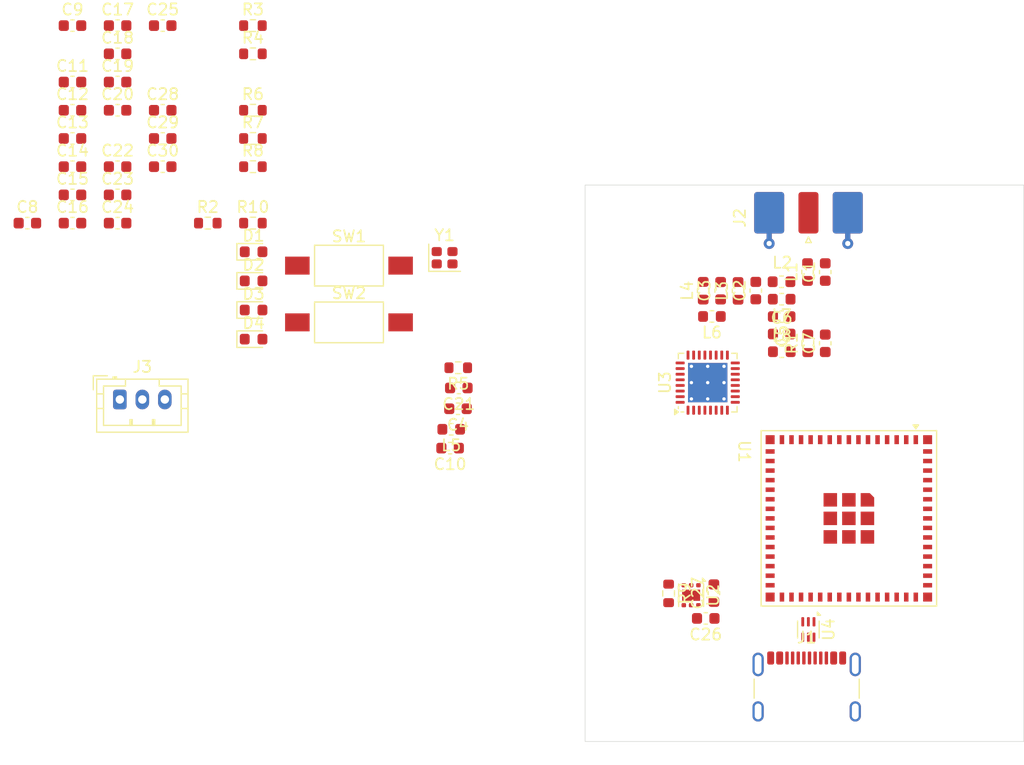
<source format=kicad_pcb>
(kicad_pcb (version 20241229) (generator "pcbnew") (generator_version "9.0")
  (layers (0 "F.Cu" signal) (2 "B.Cu" signal) (13 "F.Paste" user) (15 "B.Paste" user) (5 "F.SilkS" user "F.Silkscreen") (7 "B.SilkS" user "B.Silkscreen") (1 "F.Mask" user) (3 "B.Mask" user) (25 "Edge.Cuts" user))
  (net 0 "")
  (net 1 "GND")
  (net 2 "Net-(C1-Pad1)")
  (net 3 "/TRX_SW")
  (net 4 "Net-(C2-Pad2)")
  (net 5 "Net-(C3-Pad2)")
  (net 6 "/LNA_P")
  (net 7 "/LNA_N")
  (net 8 "Net-(C5-Pad1)")
  (net 9 "/PA")
  (net 10 "+3V3")
  (net 11 "Net-(C7-Pad1)")
  (net 12 "Net-(U3-LPF1)")
  (net 13 "Net-(U3-LPF0)")
  (net 14 "Net-(U3-XOSC_Q2)")
  (net 15 "Net-(U3-XOSC_Q1)")
  (net 16 "Net-(U3-DCPL)")
  (net 17 "Net-(U3-DCPL_VCO)")
  (net 18 "Net-(U3-DCPL_PFD_CHP)")
  (net 19 "Net-(U3-DCPL_XOSC)")
  (net 20 "+5V")
  (net 21 "/RESET")
  (net 22 "/BOOT")
  (net 23 "Net-(D1-A)")
  (net 24 "Net-(D2-A)")
  (net 25 "Net-(D3-A)")
  (net 26 "Net-(D4-A)")
  (net 27 "Net-(J1-CC1)")
  (net 28 "Net-(J1-CC2)")
  (net 29 "Net-(U4-D-_out)")
  (net 32 "Net-(U4-D+_out)")
  (net 33 "Net-(J2-In)")
  (net 34 "Net-(U3-RBIAS)")
  (net 35 "/LED_RED")
  (net 36 "/LED_BLUE")
  (net 37 "/LED_GREEN")
  (net 38 "/LED_ORANGE")
  (net 39 "Net-(U2-PG)")
  (net 40 "/SCLK0")
  (net 42 "/CS_RADIO")
  (net 44 "/RADIO_INT")
  (net 47 "/MISO0")
  (net 48 "/MOSI0")
  (net 60 "/USB_D+")
  (net 71 "/RESET_N")
  (net 73 "/USB_D-")
  (footprint "Capacitor_SMD:C_0603_1608Metric" (layer "F.Cu") (at 28.44 33.845)
    (property "Reference" "C20" (at 0 -1.43 0) (layer "F.SilkS"))
    (property "Value" "0.22uF")
    (pad "1" smd roundrect (at -0.775 0) (size 0.9 0.95) (layers "F.Cu" "F.Mask" "F.Paste") (net 16 "Net-(U3-DCPL)"))
    (pad "2" smd roundrect (at 0.775 0) (size 0.9 0.95) (layers "F.Cu" "F.Mask" "F.Paste") (net 1 "GND"))
  )
  (footprint "Capacitor_SMD:C_0603_1608Metric" (layer "F.Cu") (at 24.43 26.315)
    (property "Reference" "C9" (at 0 -1.43 0) (layer "F.SilkS"))
    (property "Value" "10nF")
    (pad "1" smd roundrect (at -0.775 0) (size 0.9 0.95) (layers "F.Cu" "F.Mask" "F.Paste") (net 10 "+3V3"))
    (pad "2" smd roundrect (at 0.775 0) (size 0.9 0.95) (layers "F.Cu" "F.Mask" "F.Paste") (net 1 "GND"))
  )
  (footprint "Connector_Coaxial:SMA_Molex_73251-2120_EdgeMount_Horizontal" (layer "F.Cu") (at 89.8575 42.715 90)
    (property "Reference" "J2" (at -0.705 -6.1 90) (layer "F.SilkS"))
    (property "Value" "Conn_Coaxial")
    (fp_line (start -0.25 -3.4925) (end -2.985 -3.4925) (stroke (width 0.46)) (layer "F.Cu"))
    (fp_line (start -0.25 3.4925) (end -2.985 3.4925) (stroke (width 0.46)) (layer "F.Cu"))
    (fp_line (start -0.25 -3.4925) (end -2.985 -3.4925) (stroke (width 0.46)) (layer "B.Cu"))
    (fp_line (start -0.25 3.4925) (end -2.985 3.4925) (stroke (width 0.46)) (layer "B.Cu"))
    (pad "1" smd roundrect (at -0.25 0 90) (size 3.69 1.78) (layers "F.Cu" "F.Mask" "F.Paste") (roundrect_rratio 0.1404494382) (net 33 "Net-(J2-In)"))
    (pad "2" thru_hole circle (at -2.985 -3.4925 90) (size 0.97 0.97) (drill 0.46) (layers "*.Cu") (net 1 "GND"))
    (pad "2" thru_hole circle (at -2.985 3.4925 90) (size 0.97 0.97) (drill 0.46) (layers "*.Cu") (net 1 "GND"))
    (pad "2" smd roundrect (at -0.25 -3.4925 90) (size 3.69 2.665) (layers "F.Cu" "F.Mask" "F.Paste") (roundrect_rratio 0.09380863039) (net 1 "GND"))
    (pad "2" smd roundrect (at -0.25 -3.4925 90) (size 3.69 2.665) (layers "B.Cu" "B.Mask" "B.Paste") (roundrect_rratio 0.09380863039) (net 1 "GND"))
    (pad "2" smd roundrect (at -0.25 3.4925 90) (size 3.69 2.665) (layers "F.Cu" "F.Mask" "F.Paste") (roundrect_rratio 0.09380863039) (net 1 "GND"))
    (pad "2" smd roundrect (at -0.25 3.4925 90) (size 3.69 2.665) (layers "B.Cu" "B.Mask" "B.Paste") (roundrect_rratio 0.09380863039) (net 1 "GND"))
  )
  (footprint "Capacitor_SMD:C_0603_1608Metric" (layer "F.Cu") (at 32.45 26.315)
    (property "Reference" "C25" (at 0 -1.43 0) (layer "F.SilkS"))
    (property "Value" "0.1uF")
    (pad "1" smd roundrect (at -0.775 0) (size 0.9 0.95) (layers "F.Cu" "F.Mask" "F.Paste") (net 10 "+3V3"))
    (pad "2" smd roundrect (at 0.775 0) (size 0.9 0.95) (layers "F.Cu" "F.Mask" "F.Paste") (net 1 "GND"))
  )
  (footprint "Capacitor_SMD:C_0603_1608Metric" (layer "F.Cu") (at 32.45 38.865)
    (property "Reference" "C30" (at 0 -1.43 0) (layer "F.SilkS"))
    (property "Value" "100nF")
    (pad "1" smd roundrect (at -0.775 0) (size 0.9 0.95) (layers "F.Cu" "F.Mask" "F.Paste") (net 21 "/RESET"))
    (pad "2" smd roundrect (at 0.775 0) (size 0.9 0.95) (layers "F.Cu" "F.Mask" "F.Paste") (net 1 "GND"))
  )
  (footprint "Connector_JST:JST_PH_B3B-PH-K_1x03_P2.00mm_Vertical" (layer "F.Cu") (at 28.64 59.575)
    (property "Reference" "J3" (at 2 -2.9 0) (layer "F.SilkS"))
    (property "Value" "Conn_01x03")
    (pad "1" thru_hole roundrect (at 0 0) (size 1.2 1.75) (drill 0.75) (layers "*.Cu" "*.Mask") (roundrect_rratio 0.208333) (net 22 "/BOOT"))
    (pad "2" thru_hole oval (at 2 0) (size 1.2 1.75) (drill 0.75) (layers "*.Cu" "*.Mask") (net 21 "/RESET"))
    (pad "3" thru_hole oval (at 4 0) (size 1.2 1.75) (drill 0.75) (layers "*.Cu" "*.Mask") (net 1 "GND"))
  )
  (footprint "Capacitor_SMD:C_0603_1608Metric" (layer "F.Cu") (at 82.05 49.9 90)
    (property "Reference" "C3" (at 0 -1.43 90) (layer "F.SilkS"))
    (property "Value" "5.1pF")
    (pad "1" smd roundrect (at -0.775 0 90) (size 0.9 0.95) (layers "F.Cu" "F.Mask" "F.Paste") (net 6 "/LNA_P"))
    (pad "2" smd roundrect (at 0.775 0 90) (size 0.9 0.95) (layers "F.Cu" "F.Mask" "F.Paste") (net 5 "Net-(C3-Pad2)"))
  )
  (footprint "Inductor_SMD:L_0603_1608Metric" (layer "F.Cu") (at 58.1 62.225 180)
    (property "Reference" "L5" (at 0 -1.43 0) (layer "F.SilkS"))
    (property "Value" "27nH")
    (pad "1" smd roundrect (at -0.7875 0 180) (size 0.875 0.95) (layers "F.Cu" "F.Mask" "F.Paste") (net 6 "/LNA_P"))
    (pad "2" smd roundrect (at 0.7875 0 180) (size 0.875 0.95) (layers "F.Cu" "F.Mask" "F.Paste") (net 1 "GND"))
  )
  (footprint "Resistor_SMD:R_0603_1608Metric" (layer "F.Cu") (at 40.47 36.355)
    (property "Reference" "R7" (at 0 -1.43 0) (layer "F.SilkS"))
    (property "Value" "1k")
    (pad "1" smd roundrect (at -0.825 0) (size 0.8 0.95) (layers "F.Cu" "F.Mask" "F.Paste") (net 37 "/LED_GREEN"))
    (pad "2" smd roundrect (at 0.825 0) (size 0.8 0.95) (layers "F.Cu" "F.Mask" "F.Paste") (net 25 "Net-(D3-A)"))
  )
  (footprint "Inductor_SMD:L_0603_1608Metric" (layer "F.Cu") (at 81.275 52.1875 180)
    (property "Reference" "L6" (at 0 -1.43 0) (layer "F.SilkS"))
    (property "Value" "56nH")
    (pad "1" smd roundrect (at -0.7875 0 180) (size 0.875 0.95) (layers "F.Cu" "F.Mask" "F.Paste") (net 6 "/LNA_P"))
    (pad "2" smd roundrect (at 0.7875 0 180) (size 0.875 0.95) (layers "F.Cu" "F.Mask" "F.Paste") (net 7 "/LNA_N"))
  )
  (footprint "Capacitor_SMD:C_0603_1608Metric" (layer "F.Cu") (at 91.35 54.575 90)
    (property "Reference" "C7" (at 0 -1.43 90) (layer "F.SilkS"))
    (property "Value" "56pF")
    (pad "1" smd roundrect (at -0.775 0 90) (size 0.9 0.95) (layers "F.Cu" "F.Mask" "F.Paste") (net 11 "Net-(C7-Pad1)"))
    (pad "2" smd roundrect (at 0.775 0 90) (size 0.9 0.95) (layers "F.Cu" "F.Mask" "F.Paste") (net 10 "+3V3"))
  )
  (footprint "Capacitor_SMD:C_0603_1608Metric" (layer "F.Cu") (at 85.175 49.8875 90)
    (property "Reference" "C2" (at 0 -1.43 90) (layer "F.SilkS"))
    (property "Value" "5.1pF")
    (pad "1" smd roundrect (at -0.775 0 90) (size 0.9 0.95) (layers "F.Cu" "F.Mask" "F.Paste") (net 3 "/TRX_SW"))
    (pad "2" smd roundrect (at 0.775 0 90) (size 0.9 0.95) (layers "F.Cu" "F.Mask" "F.Paste") (net 4 "Net-(C2-Pad2)"))
  )
  (footprint "Capacitor_SMD:C_0603_1608Metric" (layer "F.Cu") (at 24.43 43.885)
    (property "Reference" "C16" (at 0 -1.43 0) (layer "F.SilkS"))
    (property "Value" "47nF")
    (pad "1" smd roundrect (at -0.775 0) (size 0.9 0.95) (layers "F.Cu" "F.Mask" "F.Paste") (net 10 "+3V3"))
    (pad "2" smd roundrect (at 0.775 0) (size 0.9 0.95) (layers "F.Cu" "F.Mask" "F.Paste") (net 1 "GND"))
  )
  (footprint "Capacitor_SMD:C_0603_1608Metric" (layer "F.Cu") (at 20.42 43.885)
    (property "Reference" "C8" (at 0 -1.43 0) (layer "F.SilkS"))
    (property "Value" "100pF")
    (pad "1" smd roundrect (at -0.775 0) (size 0.9 0.95) (layers "F.Cu" "F.Mask" "F.Paste") (net 10 "+3V3"))
    (pad "2" smd roundrect (at 0.775 0) (size 0.9 0.95) (layers "F.Cu" "F.Mask" "F.Paste") (net 1 "GND"))
  )
  (footprint "Package_SON:WSON-6-1EP_2x2mm_P0.65mm_EP1x1.6mm" (layer "F.Cu") (at 79.425 76.9875 -90)
    (property "Reference" "U2" (at 0 -1.95 90) (layer "F.SilkS"))
    (property "Value" "TPS746-Q1")
    (pad "1" smd roundrect (at -0.8875 -0.65 270) (size 0.375 0.4) (layers "F.Cu" "F.Mask" "F.Paste") (net 10 "+3V3"))
    (pad "2" smd roundrect (at -0.8875 0 270) (size 0.375 0.4) (layers "F.Cu" "F.Mask" "F.Paste"))
    (pad "3" smd roundrect (at -0.8875 0.65 270) (size 0.375 0.4) (layers "F.Cu" "F.Mask" "F.Paste") (net 1 "GND"))
    (pad "4" smd roundrect (at 0.8875 0.65 270) (size 0.375 0.4) (layers "F.Cu" "F.Mask" "F.Paste") (net 20 "+5V"))
    (pad "5" smd roundrect (at 0.8875 0 270) (size 0.375 0.4) (layers "F.Cu" "F.Mask" "F.Paste") (net 39 "Net-(U2-PG)"))
    (pad "6" smd roundrect (at 0.8875 -0.65 270) (size 0.375 0.4) (layers "F.Cu" "F.Mask" "F.Paste") (net 20 "+5V"))
    (pad "7" smd rect (at 0 0 270) (size 1 1.6) (property pad_prop_heatsink) (layers "F.Cu" "F.Mask") (net 1 "GND"))
  )
  (footprint "Capacitor_SMD:C_0603_1608Metric" (layer "F.Cu") (at 28.44 41.375)
    (property "Reference" "C23" (at 0 -1.43 0) (layer "F.SilkS"))
    (property "Value" "47nF")
    (pad "1" smd roundrect (at -0.775 0) (size 0.9 0.95) (layers "F.Cu" "F.Mask" "F.Paste") (net 19 "Net-(U3-DCPL_XOSC)"))
    (pad "2" smd roundrect (at 0.775 0) (size 0.9 0.95) (layers "F.Cu" "F.Mask" "F.Paste") (net 1 "GND"))
  )
  (footprint "Capacitor_SMD:C_0603_1608Metric" (layer "F.Cu") (at 58.775 58.55 180)
    (property "Reference" "C21" (at 0 -1.43 0) (layer "F.SilkS"))
    (property "Value" "10nF")
    (pad "1" smd roundrect (at -0.775 0 180) (size 0.9 0.95) (layers "F.Cu" "F.Mask" "F.Paste") (net 17 "Net-(U3-DCPL_VCO)"))
    (pad "2" smd roundrect (at 0.775 0 180) (size 0.9 0.95) (layers "F.Cu" "F.Mask" "F.Paste") (net 1 "GND"))
  )
  (footprint "Inductor_SMD:L_0603_1608Metric" (layer "F.Cu") (at 87.4625 49.1)
    (property "Reference" "L2" (at 0.0625 -1.7 0) (layer "F.SilkS"))
    (property "Value" "43nH")
    (pad "1" smd roundrect (at -0.7875 0) (size 0.875 0.95) (layers "F.Cu" "F.Mask" "F.Paste") (net 4 "Net-(C2-Pad2)"))
    (pad "2" smd roundrect (at 0.7875 0) (size 0.875 0.95) (layers "F.Cu" "F.Mask" "F.Paste") (net 2 "Net-(C1-Pad1)"))
  )
  (footprint "Inductor_SMD:L_0603_1608Metric" (layer "F.Cu") (at 89.775 48.2375 90)
    (property "Reference" "L1" (at 0 -1.43 90) (layer "F.SilkS"))
    (property "Value" "22nH")
    (pad "1" smd roundrect (at -0.7875 0 90) (size 0.875 0.95) (layers "F.Cu" "F.Mask" "F.Paste") (net 2 "Net-(C1-Pad1)"))
    (pad "2" smd roundrect (at 0.7875 0 90) (size 0.875 0.95) (layers "F.Cu" "F.Mask" "F.Paste") (net 33 "Net-(J2-In)"))
  )
  (footprint "Button_Switch_SMD:SW_SPST_FSMSM" (layer "F.Cu") (at 49.01 52.715)
    (property "Reference" "SW2" (at 0 -2.6 0) (layer "F.SilkS"))
    (property "Value" "SW_Push")
    (pad "1" smd rect (at -4.59 0) (size 2.18 1.6) (layers "F.Cu" "F.Mask" "F.Paste") (net 1 "GND"))
    (pad "2" smd rect (at 4.59 0) (size 2.18 1.6) (layers "F.Cu" "F.Mask" "F.Paste") (net 22 "/BOOT"))
  )
  (footprint "Inductor_SMD:L_0603_1608Metric" (layer "F.Cu") (at 87.475 50.65 180)
    (property "Reference" "L7" (at 0 -1.43 0) (layer "F.SilkS"))
    (property "Value" "15nH")
    (pad "1" smd roundrect (at -0.7875 0 180) (size 0.875 0.95) (layers "F.Cu" "F.Mask" "F.Paste") (net 8 "Net-(C5-Pad1)"))
    (pad "2" smd roundrect (at 0.7875 0 180) (size 0.875 0.95) (layers "F.Cu" "F.Mask" "F.Paste") (net 4 "Net-(C2-Pad2)"))
  )
  (footprint "LED_SMD:LED_0603_1608Metric" (layer "F.Cu") (at 40.53 51.615)
    (property "Reference" "D3" (at 0 -1.43 0) (layer "F.SilkS"))
    (property "Value" "LED_GREEN")
    (pad "1" smd roundrect (at -0.7875 0) (size 0.875 0.95) (layers "F.Cu" "F.Mask" "F.Paste") (net 1 "GND"))
    (pad "2" smd roundrect (at 0.7875 0) (size 0.875 0.95) (layers "F.Cu" "F.Mask" "F.Paste") (net 25 "Net-(D3-A)"))
  )
  (footprint "Capacitor_SMD:C_0603_1608Metric" (layer "F.Cu") (at 24.43 33.845)
    (property "Reference" "C12" (at 0 -1.43 0) (layer "F.SilkS"))
    (property "Value" "10pF")
    (pad "1" smd roundrect (at -0.775 0) (size 0.9 0.95) (layers "F.Cu" "F.Mask" "F.Paste") (net 15 "Net-(U3-XOSC_Q1)"))
    (pad "2" smd roundrect (at 0.775 0) (size 0.9 0.95) (layers "F.Cu" "F.Mask" "F.Paste") (net 1 "GND"))
  )
  (footprint "Inductor_SMD:L_0603_1608Metric" (layer "F.Cu") (at 83.6 49.9125 90)
    (property "Reference" "L3" (at 0 -1.43 90) (layer "F.SilkS"))
    (property "Value" "15nH")
    (pad "1" smd roundrect (at -0.7875 0 90) (size 0.875 0.95) (layers "F.Cu" "F.Mask" "F.Paste") (net 3 "/TRX_SW"))
    (pad "2" smd roundrect (at 0.7875 0 90) (size 0.875 0.95) (layers "F.Cu" "F.Mask" "F.Paste") (net 5 "Net-(C3-Pad2)"))
  )
  (footprint "Capacitor_SMD:C_0603_1608Metric" (layer "F.Cu") (at 24.43 41.375)
    (property "Reference" "C15" (at 0 -1.43 0) (layer "F.SilkS"))
    (property "Value" "47nF")
    (pad "1" smd roundrect (at -0.775 0) (size 0.9 0.95) (layers "F.Cu" "F.Mask" "F.Paste") (net 10 "+3V3"))
    (pad "2" smd roundrect (at 0.775 0) (size 0.9 0.95) (layers "F.Cu" "F.Mask" "F.Paste") (net 1 "GND"))
  )
  (footprint "Capacitor_SMD:C_0603_1608Metric" (layer "F.Cu") (at 28.44 31.335)
    (property "Reference" "C19" (at 0 -1.43 0) (layer "F.SilkS"))
    (property "Value" "47nF")
    (pad "1" smd roundrect (at -0.775 0) (size 0.9 0.95) (layers "F.Cu" "F.Mask" "F.Paste") (net 10 "+3V3"))
    (pad "2" smd roundrect (at 0.775 0) (size 0.9 0.95) (layers "F.Cu" "F.Mask" "F.Paste") (net 1 "GND"))
  )
  (footprint "Capacitor_SMD:C_0603_1608Metric" (layer "F.Cu") (at 32.45 33.845)
    (property "Reference" "C28" (at 0 -1.43 0) (layer "F.SilkS"))
    (property "Value" "1uF")
    (pad "1" smd roundrect (at -0.775 0) (size 0.9 0.95) (layers "F.Cu" "F.Mask" "F.Paste") (net 21 "/RESET"))
    (pad "2" smd roundrect (at 0.775 0) (size 0.9 0.95) (layers "F.Cu" "F.Mask" "F.Paste") (net 1 "GND"))
  )
  (footprint "Button_Switch_SMD:SW_SPST_FSMSM" (layer "F.Cu") (at 49.01 47.665)
    (property "Reference" "SW1" (at 0 -2.6 0) (layer "F.SilkS"))
    (property "Value" "SW_Push")
    (pad "1" smd rect (at -4.59 0) (size 2.18 1.6) (layers "F.Cu" "F.Mask" "F.Paste") (net 1 "GND"))
    (pad "2" smd rect (at 4.59 0) (size 2.18 1.6) (layers "F.Cu" "F.Mask" "F.Paste") (net 21 "/RESET"))
  )
  (footprint "Inductor_SMD:L_0603_1608Metric" (layer "F.Cu") (at 80.5 49.9 90)
    (property "Reference" "L4" (at 0 -1.43 90) (layer "F.SilkS"))
    (property "Value" "27nH")
    (pad "1" smd roundrect (at -0.7875 0 90) (size 0.875 0.95) (layers "F.Cu" "F.Mask" "F.Paste") (net 7 "/LNA_N"))
    (pad "2" smd roundrect (at 0.7875 0 90) (size 0.875 0.95) (layers "F.Cu" "F.Mask" "F.Paste") (net 5 "Net-(C3-Pad2)"))
  )
  (footprint "Capacitor_SMD:C_0603_1608Metric" (layer "F.Cu") (at 87.475 53.75)
    (property "Reference" "C6" (at 0 -1.43 0) (layer "F.SilkS"))
    (property "Value" "39pF")
    (pad "1" smd roundrect (at -0.775 0) (size 0.9 0.95) (layers "F.Cu" "F.Mask" "F.Paste") (net 9 "/PA"))
    (pad "2" smd roundrect (at 0.775 0) (size 0.9 0.95) (layers "F.Cu" "F.Mask" "F.Paste") (net 8 "Net-(C5-Pad1)"))
  )
  (footprint "Resistor_SMD:R_0603_1608Metric" (layer "F.Cu") (at 40.47 33.845)
    (property "Reference" "R6" (at 0 -1.43 0) (layer "F.SilkS"))
    (property "Value" "1k")
    (pad "1" smd roundrect (at -0.825 0) (size 0.8 0.95) (layers "F.Cu" "F.Mask" "F.Paste") (net 36 "/LED_BLUE"))
    (pad "2" smd roundrect (at 0.825 0) (size 0.8 0.95) (layers "F.Cu" "F.Mask" "F.Paste") (net 24 "Net-(D2-A)"))
  )
  (footprint "Capacitor_SMD:C_0603_1608Metric" (layer "F.Cu") (at 28.44 28.825)
    (property "Reference" "C18" (at 0 -1.43 0) (layer "F.SilkS"))
    (property "Value" "47nF")
    (pad "1" smd roundrect (at -0.775 0) (size 0.9 0.95) (layers "F.Cu" "F.Mask" "F.Paste") (net 10 "+3V3"))
    (pad "2" smd roundrect (at 0.775 0) (size 0.9 0.95) (layers "F.Cu" "F.Mask" "F.Paste") (net 1 "GND"))
  )
  (footprint "LED_SMD:LED_0603_1608Metric" (layer "F.Cu") (at 40.53 49.025)
    (property "Reference" "D2" (at 0 -1.43 0) (layer "F.SilkS"))
    (property "Value" "LED_BLUE")
    (pad "1" smd roundrect (at -0.7875 0) (size 0.875 0.95) (layers "F.Cu" "F.Mask" "F.Paste") (net 1 "GND"))
    (pad "2" smd roundrect (at 0.7875 0) (size 0.875 0.95) (layers "F.Cu" "F.Mask" "F.Paste") (net 24 "Net-(D2-A)"))
  )
  (footprint "Capacitor_SMD:C_0603_1608Metric" (layer "F.Cu") (at 58.7 60.4 180)
    (property "Reference" "C4" (at 0 -1.43 0) (layer "F.SilkS"))
    (property "Value" "5.1pF")
    (pad "1" smd roundrect (at -0.775 0 180) (size 0.9 0.95) (layers "F.Cu" "F.Mask" "F.Paste") (net 7 "/LNA_N"))
    (pad "2" smd roundrect (at 0.775 0 180) (size 0.9 0.95) (layers "F.Cu" "F.Mask" "F.Paste") (net 1 "GND"))
  )
  (footprint "Package_DFN_QFN:ST_UQFN-6L_1.5x1.7mm_P0.5mm" (layer "F.Cu") (at 89.85 80.0375 -90)
    (property "Reference" "U4" (at 0 -1.8 90) (layer "F.SilkS"))
    (property "Value" "ECMF02-2AMX6")
    (pad "1" smd roundrect (at -0.6875 -0.5 270) (size 0.825 0.25) (layers "F.Cu" "F.Mask" "F.Paste") (net 60 "/USB_D+"))
    (pad "2" smd roundrect (at -0.6875 0 270) (size 0.825 0.25) (layers "F.Cu" "F.Mask" "F.Paste") (net 73 "/USB_D-"))
    (pad "3" smd roundrect (at -0.6875 0.5 270) (size 0.825 0.25) (layers "F.Cu" "F.Mask" "F.Paste") (net 1 "GND"))
    (pad "4" smd roundrect (at 0.6875 0.5 270) (size 0.825 0.25) (layers "F.Cu" "F.Mask" "F.Paste"))
    (pad "5" smd roundrect (at 0.6875 0 270) (size 0.825 0.25) (layers "F.Cu" "F.Mask" "F.Paste") (net 29 "Net-(U4-D-_out)"))
    (pad "6" smd roundrect (at 0.6875 -0.5 270) (size 0.825 0.25) (layers "F.Cu" "F.Mask" "F.Paste") (net 32 "Net-(U4-D+_out)"))
  )
  (footprint "Crystal:Crystal_SMD_2016-4Pin_2.0x1.6mm" (layer "F.Cu") (at 57.51 46.965)
    (property "Reference" "Y1" (at 0 -2 0) (layer "F.SilkS"))
    (property "Value" "STDCZS3-40M")
    (pad "1" smd roundrect (at -0.7 0.55) (size 0.9 0.8) (layers "F.Cu" "F.Mask" "F.Paste") (net 15 "Net-(U3-XOSC_Q1)"))
    (pad "2" smd roundrect (at 0.7 0.55) (size 0.9 0.8) (layers "F.Cu" "F.Mask" "F.Paste") (net 1 "GND"))
    (pad "3" smd roundrect (at 0.7 -0.55) (size 0.9 0.8) (layers "F.Cu" "F.Mask" "F.Paste") (net 14 "Net-(U3-XOSC_Q2)"))
    (pad "4" smd roundrect (at -0.7 -0.55) (size 0.9 0.8) (layers "F.Cu" "F.Mask" "F.Paste") (net 1 "GND"))
  )
  (footprint "Capacitor_SMD:C_0603_1608Metric" (layer "F.Cu") (at 24.43 36.355)
    (property "Reference" "C13" (at 0 -1.43 0) (layer "F.SilkS"))
    (property "Value" "47nF")
    (pad "1" smd roundrect (at -0.775 0) (size 0.9 0.95) (layers "F.Cu" "F.Mask" "F.Paste") (net 10 "+3V3"))
    (pad "2" smd roundrect (at 0.775 0) (size 0.9 0.95) (layers "F.Cu" "F.Mask" "F.Paste") (net 1 "GND"))
  )
  (footprint "Capacitor_SMD:C_0603_1608Metric" (layer "F.Cu") (at 91.35 48.2375 90)
    (property "Reference" "C1" (at 0 -1.43 90) (layer "F.SilkS"))
    (property "Value" "6.2pF")
    (pad "1" smd roundrect (at -0.775 0 90) (size 0.9 0.95) (layers "F.Cu" "F.Mask" "F.Paste") (net 2 "Net-(C1-Pad1)"))
    (pad "2" smd roundrect (at 0.775 0 90) (size 0.9 0.95) (layers "F.Cu" "F.Mask" "F.Paste") (net 1 "GND"))
  )
  (footprint "LED_SMD:LED_0603_1608Metric" (layer "F.Cu") (at 40.53 54.205)
    (property "Reference" "D4" (at 0 -1.43 0) (layer "F.SilkS"))
    (property "Value" "LED_ORANGE")
    (pad "1" smd roundrect (at -0.7875 0) (size 0.875 0.95) (layers "F.Cu" "F.Mask" "F.Paste") (net 1 "GND"))
    (pad "2" smd roundrect (at 0.7875 0) (size 0.875 0.95) (layers "F.Cu" "F.Mask" "F.Paste") (net 26 "Net-(D4-A)"))
  )
  (footprint "Resistor_SMD:R_0603_1608Metric" (layer "F.Cu") (at 58.725 56.75 180)
    (property "Reference" "R5" (at 0 -1.43 0) (layer "F.SilkS"))
    (property "Value" "1k")
    (pad "1" smd roundrect (at -0.825 0 180) (size 0.8 0.95) (layers "F.Cu" "F.Mask" "F.Paste") (net 35 "/LED_RED"))
    (pad "2" smd roundrect (at 0.825 0 180) (size 0.8 0.95) (layers "F.Cu" "F.Mask" "F.Paste") (net 23 "Net-(D1-A)"))
  )
  (footprint "Capacitor_SMD:C_0603_1608Metric" (layer "F.Cu") (at 28.44 38.865)
    (property "Reference" "C22" (at 0 -1.43 0) (layer "F.SilkS"))
    (property "Value" "47nF")
    (pad "1" smd roundrect (at -0.775 0) (size 0.9 0.95) (layers "F.Cu" "F.Mask" "F.Paste") (net 18 "Net-(U3-DCPL_PFD_CHP)"))
    (pad "2" smd roundrect (at 0.775 0) (size 0.9 0.95) (layers "F.Cu" "F.Mask" "F.Paste") (net 1 "GND"))
  )
  (footprint "Capacitor_SMD:C_0603_1608Metric" (layer "F.Cu") (at 24.43 38.865)
    (property "Reference" "C14" (at 0 -1.43 0) (layer "F.SilkS"))
    (property "Value" "47nF")
    (pad "1" smd roundrect (at -0.775 0) (size 0.9 0.95) (layers "F.Cu" "F.Mask" "F.Paste") (net 10 "+3V3"))
    (pad "2" smd roundrect (at 0.775 0) (size 0.9 0.95) (layers "F.Cu" "F.Mask" "F.Paste") (net 1 "GND"))
  )
  (footprint "Resistor_SMD:R_0603_1608Metric" (layer "F.Cu") (at 40.47 38.865)
    (property "Reference" "R8" (at 0 -1.43 0) (layer "F.SilkS"))
    (property "Value" "1k")
    (pad "1" smd roundrect (at -0.825 0) (size 0.8 0.95) (layers "F.Cu" "F.Mask" "F.Paste") (net 38 "/LED_ORANGE"))
    (pad "2" smd roundrect (at 0.825 0) (size 0.8 0.95) (layers "F.Cu" "F.Mask" "F.Paste") (net 26 "Net-(D4-A)"))
  )
  (footprint "Capacitor_SMD:C_0603_1608Metric" (layer "F.Cu") (at 28.44 26.315)
    (property "Reference" "C17" (at 0 -1.43 0) (layer "F.SilkS"))
    (property "Value" "47nF")
    (pad "1" smd roundrect (at -0.775 0) (size 0.9 0.95) (layers "F.Cu" "F.Mask" "F.Paste") (net 10 "+3V3"))
    (pad "2" smd roundrect (at 0.775 0) (size 0.9 0.95) (layers "F.Cu" "F.Mask" "F.Paste") (net 1 "GND"))
  )
  (footprint "Capacitor_SMD:C_0603_1608Metric" (layer "F.Cu") (at 24.43 31.335)
    (property "Reference" "C11" (at 0 -1.43 0) (layer "F.SilkS"))
    (property "Value" "10pF")
    (pad "1" smd roundrect (at -0.775 0) (size 0.9 0.95) (layers "F.Cu" "F.Mask" "F.Paste") (net 14 "Net-(U3-XOSC_Q2)"))
    (pad "2" smd roundrect (at 0.775 0) (size 0.9 0.95) (layers "F.Cu" "F.Mask" "F.Paste") (net 1 "GND"))
  )
  (footprint "Capacitor_SMD:C_0603_1608Metric" (layer "F.Cu") (at 81.45 76.8 90)
    (property "Reference" "C27" (at 0 -1.43 90) (layer "F.SilkS"))
    (property "Value" "1uF")
    (pad "1" smd roundrect (at -0.775 0 90) (size 0.9 0.95) (layers "F.Cu" "F.Mask" "F.Paste") (net 1 "GND"))
    (pad "2" smd roundrect (at 0.775 0 90) (size 0.9 0.95) (layers "F.Cu" "F.Mask" "F.Paste") (net 10 "+3V3"))
  )
  (footprint "Resistor_SMD:R_0603_1608Metric" (layer "F.Cu") (at 40.47 26.315)
    (property "Reference" "R3" (at 0 -1.43 0) (layer "F.SilkS"))
    (property "Value" "5.1k")
    (pad "1" smd roundrect (at -0.825 0) (size 0.8 0.95) (layers "F.Cu" "F.Mask" "F.Paste") (net 27 "Net-(J1-CC1)"))
    (pad "2" smd roundrect (at 0.825 0) (size 0.8 0.95) (layers "F.Cu" "F.Mask" "F.Paste") (net 1 "GND"))
  )
  (footprint "Resistor_SMD:R_0603_1608Metric" (layer "F.Cu") (at 40.47 28.825)
    (property "Reference" "R4" (at 0 -1.43 0) (layer "F.SilkS"))
    (property "Value" "5.1k")
    (pad "1" smd roundrect (at -0.825 0) (size 0.8 0.95) (layers "F.Cu" "F.Mask" "F.Paste") (net 28 "Net-(J1-CC2)"))
    (pad "2" smd roundrect (at 0.825 0) (size 0.8 0.95) (layers "F.Cu" "F.Mask" "F.Paste") (net 1 "GND"))
  )
  (footprint "RF_Module:ESP32-S2-MINI-1U" (layer "F.Cu") (at 93.45 70.15 -90)
    (property "Reference" "U1" (at -5.95 9.3 270) (layer "F.SilkS"))
    (property "Value" "ESP32-S3-MINI-1U")
    (pad "1" smd rect (at -7 -5.95 270) (size 0.8 0.4) (layers "F.Cu" "F.Mask" "F.Paste") (net 1 "GND"))
    (pad "2" smd rect (at -7 -5.1 270) (size 0.8 0.4) (layers "F.Cu" "F.Mask" "F.Paste") (net 1 "GND"))
    (pad "3" smd rect (at -7 -4.25 270) (size 0.8 0.4) (layers "F.Cu" "F.Mask" "F.Paste") (net 10 "+3V3"))
    (pad "4" smd rect (at -7 -3.4 270) (size 0.8 0.4) (layers "F.Cu" "F.Mask" "F.Paste") (net 22 "/BOOT"))
    (pad "5" smd rect (at -7 -2.55 270) (size 0.8 0.4) (layers "F.Cu" "F.Mask" "F.Paste") (net 35 "/LED_RED"))
    (pad "6" smd rect (at -7 -1.7 270) (size 0.8 0.4) (layers "F.Cu" "F.Mask" "F.Paste") (net 36 "/LED_BLUE"))
    (pad "7" smd rect (at -7 -0.85 270) (size 0.8 0.4) (layers "F.Cu" "F.Mask" "F.Paste") (net 37 "/LED_GREEN"))
    (pad "8" smd rect (at -7 0 270) (size 0.8 0.4) (layers "F.Cu" "F.Mask" "F.Paste") (net 38 "/LED_ORANGE"))
    (pad "9" smd rect (at -7 0.85 270) (size 0.8 0.4) (layers "F.Cu" "F.Mask" "F.Paste") (net 71 "/RESET_N"))
    (pad "10" smd rect (at -7 1.7 270) (size 0.8 0.4) (layers "F.Cu" "F.Mask" "F.Paste") (net 44 "/RADIO_INT"))
    (pad "11" smd rect (at -7 2.55 270) (size 0.8 0.4) (layers "F.Cu" "F.Mask" "F.Paste"))
    (pad "12" smd rect (at -7 3.4 270) (size 0.8 0.4) (layers "F.Cu" "F.Mask" "F.Paste"))
    (pad "13" smd rect (at -7 4.25 270) (size 0.8 0.4) (layers "F.Cu" "F.Mask" "F.Paste"))
    (pad "14" smd rect (at -7 5.1 270) (size 0.8 0.4) (layers "F.Cu" "F.Mask" "F.Paste") (net 42 "/CS_RADIO"))
    (pad "15" smd rect (at -7 5.95 270) (size 0.8 0.4) (layers "F.Cu" "F.Mask" "F.Paste") (net 48 "/MOSI0"))
    (pad "16" smd rect (at -5.95 7) (size 0.8 0.4) (layers "F.Cu" "F.Mask" "F.Paste") (net 40 "/SCLK0"))
    (pad "17" smd rect (at -5.1 7) (size 0.8 0.4) (layers "F.Cu" "F.Mask" "F.Paste") (net 47 "/MISO0"))
    (pad "18" smd rect (at -4.25 7) (size 0.8 0.4) (layers "F.Cu" "F.Mask" "F.Paste"))
    (pad "19" smd rect (at -3.4 7) (size 0.8 0.4) (layers "F.Cu" "F.Mask" "F.Paste"))
    (pad "20" smd rect (at -2.55 7) (size 0.8 0.4) (layers "F.Cu" "F.Mask" "F.Paste"))
    (pad "21" smd rect (at -1.7 7) (size 0.8 0.4) (layers "F.Cu" "F.Mask" "F.Paste"))
    (pad "22" smd rect (at -0.85 7) (size 0.8 0.4) (layers "F.Cu" "F.Mask" "F.Paste"))
    (pad "23" smd rect (at 0 7) (size 0.8 0.4) (layers "F.Cu" "F.Mask" "F.Paste") (net 73 "/USB_D-"))
    (pad "24" smd rect (at 0.85 7) (size 0.8 0.4) (layers "F.Cu" "F.Mask" "F.Paste") (net 60 "/USB_D+"))
    (pad "25" smd rect (at 1.7 7) (size 0.8 0.4) (layers "F.Cu" "F.Mask" "F.Paste"))
    (pad "26" smd rect (at 2.55 7) (size 0.8 0.4) (layers "F.Cu" "F.Mask" "F.Paste"))
    (pad "27" smd rect (at 3.4 7) (size 0.8 0.4) (layers "F.Cu" "F.Mask" "F.Paste"))
    (pad "28" smd rect (at 4.25 7) (size 0.8 0.4) (layers "F.Cu" "F.Mask" "F.Paste"))
    (pad "29" smd rect (at 5.1 7) (size 0.8 0.4) (layers "F.Cu" "F.Mask" "F.Paste"))
    (pad "30" smd rect (at 5.95 7) (size 0.8 0.4) (layers "F.Cu" "F.Mask" "F.Paste"))
    (pad "31" smd rect (at 7 5.95 270) (size 0.8 0.4) (layers "F.Cu" "F.Mask" "F.Paste"))
    (pad "32" smd rect (at 7 5.1 270) (size 0.8 0.4) (layers "F.Cu" "F.Mask" "F.Paste"))
    (pad "33" smd rect (at 7 4.25 270) (size 0.8 0.4) (layers "F.Cu" "F.Mask" "F.Paste"))
    (pad "34" smd rect (at 7 3.4 270) (size 0.8 0.4) (layers "F.Cu" "F.Mask" "F.Paste"))
    (pad "35" smd rect (at 7 2.55 270) (size 0.8 0.4) (layers "F.Cu" "F.Mask" "F.Paste"))
    (pad "36" smd rect (at 7 1.7 270) (size 0.8 0.4) (layers "F.Cu" "F.Mask" "F.Paste"))
    (pad "37" smd rect (at 7 0.85 270) (size 0.8 0.4) (layers "F.Cu" "F.Mask" "F.Paste"))
    (pad "38" smd rect (at 7 0 270) (size 0.8 0.4) (layers "F.Cu" "F.Mask" "F.Paste"))
    (pad "39" smd rect (at 7 -0.85 270) (size 0.8 0.4) (layers "F.Cu" "F.Mask" "F.Paste"))
    (pad "40" smd rect (at 7 -1.7 270) (size 0.8 0.4) (layers "F.Cu" "F.Mask" "F.Paste"))
    (pad "41" smd rect (at 7 -2.55 270) (size 0.8 0.4) (layers "F.Cu" "F.Mask" "F.Paste"))
    (pad "42" smd rect (at 7 -3.4 270) (size 0.8 0.4) (layers "F.Cu" "F.Mask" "F.Paste") (net 1 "GND"))
    (pad "43" smd rect (at 7 -4.25 270) (size 0.8 0.4) (layers "F.Cu" "F.Mask" "F.Paste") (net 1 "GND"))
    (pad "44" smd rect (at 7 -5.1 270) (size 0.8 0.4) (layers "F.Cu" "F.Mask" "F.Paste"))
    (pad "45" smd rect (at 7 -5.95 270) (size 0.8 0.4) (layers "F.Cu" "F.Mask" "F.Paste") (net 21 "/RESET"))
    (pad "46" smd rect (at 5.95 -7) (size 0.8 0.4) (layers "F.Cu" "F.Mask" "F.Paste") (net 1 "GND"))
    (pad "47" smd rect (at 5.1 -7) (size 0.8 0.4) (layers "F.Cu" "F.Mask" "F.Paste") (net 1 "GND"))
    (pad "48" smd rect (at 4.25 -7) (size 0.8 0.4) (layers "F.Cu" "F.Mask" "F.Paste") (net 1 "GND"))
    (pad "49" smd rect (at 3.4 -7) (size 0.8 0.4) (layers "F.Cu" "F.Mask" "F.Paste") (net 1 "GND"))
    (pad "50" smd rect (at 2.55 -7) (size 0.8 0.4) (layers "F.Cu" "F.Mask" "F.Paste") (net 1 "GND"))
    (pad "51" smd rect (at 1.7 -7) (size 0.8 0.4) (layers "F.Cu" "F.Mask" "F.Paste") (net 1 "GND"))
    (pad "52" smd rect (at 0.85 -7) (size 0.8 0.4) (layers "F.Cu" "F.Mask" "F.Paste") (net 1 "GND"))
    (pad "53" smd rect (at 0 -7) (size 0.8 0.4) (layers "F.Cu" "F.Mask" "F.Paste") (net 1 "GND"))
    (pad "54" smd rect (at -0.85 -7) (size 0.8 0.4) (layers "F.Cu" "F.Mask" "F.Paste") (net 1 "GND"))
    (pad "55" smd rect (at -1.7 -7) (size 0.8 0.4) (layers "F.Cu" "F.Mask" "F.Paste") (net 1 "GND"))
    (pad "56" smd rect (at -2.55 -7) (size 0.8 0.4) (layers "F.Cu" "F.Mask" "F.Paste") (net 1 "GND"))
    (pad "57" smd rect (at -3.4 -7) (size 0.8 0.4) (layers "F.Cu" "F.Mask" "F.Paste") (net 1 "GND"))
    (pad "58" smd rect (at -4.25 -7) (size 0.8 0.4) (layers "F.Cu" "F.Mask" "F.Paste") (net 1 "GND"))
    (pad "59" smd rect (at -5.1 -7) (size 0.8 0.4) (layers "F.Cu" "F.Mask" "F.Paste") (net 1 "GND"))
    (pad "60" smd rect (at -5.95 -7) (size 0.8 0.4) (layers "F.Cu" "F.Mask" "F.Paste") (net 1 "GND"))
    (pad "61" smd roundrect (at -1.65 -1.65 270) (size 1.2 1.2) (property pad_prop_heatsink) (layers "F.Cu" "F.Mask" "F.Paste") (roundrect_rratio 0) (chamfer_ratio 0.33) (chamfer top_left) (net 1 "GND"))
    (pad "61" smd rect (at -1.65 0 270) (size 1.2 1.2) (property pad_prop_heatsink) (layers "F.Cu" "F.Mask" "F.Paste") (net 1 "GND"))
    (pad "61" smd rect (at -1.65 1.65 270) (size 1.2 1.2) (property pad_prop_heatsink) (layers "F.Cu" "F.Mask" "F.Paste") (net 1 "GND"))
    (pad "61" smd rect (at 0 -1.65 270) (size 1.2 1.2) (property pad_prop_heatsink) (layers "F.Cu" "F.Mask" "F.Paste") (net 1 "GND"))
    (pad "61" smd rect (at 0 0 270) (size 1.2 1.2) (property pad_prop_heatsink) (layers "F.Cu" "F.Mask" "F.Paste") (net 1 "GND"))
    (pad "61" smd rect (at 0 1.65 270) (size 1.2 1.2) (property pad_prop_heatsink) (layers "F.Cu" "F.Mask" "F.Paste") (net 1 "GND"))
    (pad "61" smd rect (at 1.65 -1.65 270) (size 1.2 1.2) (property pad_prop_heatsink) (layers "F.Cu" "F.Mask" "F.Paste") (net 1 "GND"))
    (pad "61" smd rect (at 1.65 0 270) (size 1.2 1.2) (property pad_prop_heatsink) (layers "F.Cu" "F.Mask" "F.Paste") (net 1 "GND"))
    (pad "61" smd rect (at 1.65 1.65 270) (size 1.2 1.2) (property pad_prop_heatsink) (layers "F.Cu" "F.Mask" "F.Paste") (net 1 "GND"))
    (pad "62" smd rect (at -7 -7 270) (size 0.8 0.8) (layers "F.Cu" "F.Mask" "F.Paste") (net 1 "GND"))
    (pad "63" smd rect (at -7 7 270) (size 0.8 0.8) (layers "F.Cu" "F.Mask" "F.Paste") (net 1 "GND"))
    (pad "64" smd rect (at 7 7 270) (size 0.8 0.8) (layers "F.Cu" "F.Mask" "F.Paste") (net 1 "GND"))
    (pad "65" smd rect (at 7 -7 270) (size 0.8 0.8) (layers "F.Cu" "F.Mask" "F.Paste") (net 1 "GND"))
  )
  (footprint "Resistor_SMD:R_0603_1608Metric" (layer "F.Cu") (at 40.47 43.885)
    (property "Reference" "R10" (at 0 -1.43 0) (layer "F.SilkS"))
    (property "Value" "20k")
    (pad "1" smd roundrect (at -0.825 0) (size 0.8 0.95) (layers "F.Cu" "F.Mask" "F.Paste") (net 21 "/RESET"))
    (pad "2" smd roundrect (at 0.825 0) (size 0.8 0.95) (layers "F.Cu" "F.Mask" "F.Paste") (net 10 "+3V3"))
  )
  (footprint "Capacitor_SMD:C_0603_1608Metric" (layer "F.Cu") (at 28.44 43.885)
    (property "Reference" "C24" (at 0 -1.43 0) (layer "F.SilkS"))
    (property "Value" "22uF")
    (pad "1" smd roundrect (at -0.775 0) (size 0.9 0.95) (layers "F.Cu" "F.Mask" "F.Paste") (net 10 "+3V3"))
    (pad "2" smd roundrect (at 0.775 0) (size 0.9 0.95) (layers "F.Cu" "F.Mask" "F.Paste") (net 1 "GND"))
  )
  (footprint "Resistor_SMD:R_0603_1608Metric" (layer "F.Cu") (at 89.8 54.575 90)
    (property "Reference" "R1" (at 0 -1.43 90) (layer "F.SilkS"))
    (property "Value" "18")
    (pad "1" smd roundrect (at -0.825 0 90) (size 0.8 0.95) (layers "F.Cu" "F.Mask" "F.Paste") (net 11 "Net-(C7-Pad1)"))
    (pad "2" smd roundrect (at 0.825 0 90) (size 0.8 0.95) (layers "F.Cu" "F.Mask" "F.Paste") (net 10 "+3V3"))
  )
  (footprint "Resistor_SMD:R_0603_1608Metric" (layer "F.Cu") (at 36.46 43.885)
    (property "Reference" "R2" (at 0 -1.43 0) (layer "F.SilkS"))
    (property "Value" "56k")
    (pad "1" smd roundrect (at -0.825 0) (size 0.8 0.95) (layers "F.Cu" "F.Mask" "F.Paste") (net 34 "Net-(U3-RBIAS)"))
    (pad "2" smd roundrect (at 0.825 0) (size 0.8 0.95) (layers "F.Cu" "F.Mask" "F.Paste") (net 1 "GND"))
  )
  (footprint "Resistor_SMD:R_0603_1608Metric" (layer "F.Cu") (at 77.425 76.825 -90)
    (property "Reference" "R9" (at 0 -1.43 90) (layer "F.SilkS"))
    (property "Value" "56k")
    (pad "1" smd roundrect (at -0.825 0 270) (size 0.8 0.95) (layers "F.Cu" "F.Mask" "F.Paste") (net 10 "+3V3"))
    (pad "2" smd roundrect (at 0.825 0 270) (size 0.8 0.95) (layers "F.Cu" "F.Mask" "F.Paste") (net 39 "Net-(U2-PG)"))
  )
  (footprint "Connector_USB:USB_C_Receptacle_GCT_USB4105-xx-A_16P_TopMnt_Horizontal" (layer "F.Cu") (at 89.7 86.25)
    (property "Reference" "J1" (at 0 -5.5 0) (layer "F.SilkS"))
    (property "Value" "USB_C_Receptacle_USB2.0_16P")
    (pad "" np_thru_hole circle (at -2.89 -2.605) (size 0.65 0.65) (drill 0.65) (layers "*.Cu" "*.Mask"))
    (pad "" np_thru_hole circle (at 2.89 -2.605) (size 0.65 0.65) (drill 0.65) (layers "*.Cu" "*.Mask"))
    (pad "A1" smd roundrect (at -3.2 -3.68) (size 0.6 1.15) (layers "F.Cu" "F.Mask" "F.Paste") (net 1 "GND"))
    (pad "A4" smd roundrect (at -2.4 -3.68) (size 0.6 1.15) (layers "F.Cu" "F.Mask" "F.Paste") (net 20 "+5V"))
    (pad "A5" smd roundrect (at -1.25 -3.68) (size 0.3 1.15) (layers "F.Cu" "F.Mask" "F.Paste") (net 27 "Net-(J1-CC1)"))
    (pad "A6" smd roundrect (at -0.25 -3.68) (size 0.3 1.15) (layers "F.Cu" "F.Mask" "F.Paste") (net 29 "Net-(U4-D-_out)"))
    (pad "A7" smd roundrect (at 0.25 -3.68) (size 0.3 1.15) (layers "F.Cu" "F.Mask" "F.Paste") (net 32 "Net-(U4-D+_out)"))
    (pad "A8" smd roundrect (at 1.25 -3.68) (size 0.3 1.15) (layers "F.Cu" "F.Mask" "F.Paste"))
    (pad "A9" smd roundrect (at 2.4 -3.68) (size 0.6 1.15) (layers "F.Cu" "F.Mask" "F.Paste") (net 20 "+5V"))
    (pad "A12" smd roundrect (at 3.2 -3.68) (size 0.6 1.15) (layers "F.Cu" "F.Mask" "F.Paste") (net 1 "GND"))
    (pad "B1" smd roundrect (at 3.2 -3.68) (size 0.6 1.15) (layers "F.Cu" "F.Mask" "F.Paste") (net 1 "GND"))
    (pad "B4" smd roundrect (at 2.4 -3.68) (size 0.6 1.15) (layers "F.Cu" "F.Mask" "F.Paste") (net 20 "+5V"))
    (pad "B5" smd roundrect (at 1.75 -3.68) (size 0.3 1.15) (layers "F.Cu" "F.Mask" "F.Paste") (net 28 "Net-(J1-CC2)"))
    (pad "B6" smd roundrect (at 0.75 -3.68) (size 0.3 1.15) (layers "F.Cu" "F.Mask" "F.Paste") (net 29 "Net-(U4-D-_out)"))
    (pad "B7" smd roundrect (at -0.75 -3.68) (size 0.3 1.15) (layers "F.Cu" "F.Mask" "F.Paste") (net 32 "Net-(U4-D+_out)"))
    (pad "B8" smd roundrect (at -1.75 -3.68) (size 0.3 1.15) (layers "F.Cu" "F.Mask" "F.Paste"))
    (pad "B9" smd roundrect (at -2.4 -3.68) (size 0.6 1.15) (layers "F.Cu" "F.Mask" "F.Paste") (net 20 "+5V"))
    (pad "B12" smd roundrect (at -3.2 -3.68) (size 0.6 1.15) (layers "F.Cu" "F.Mask" "F.Paste") (net 1 "GND"))
    (pad "S1" thru_hole oval (at -4.32 -3.105) (size 1 2.1) (drill oval 0.6 1.7) (property pad_prop_heatsink) (layers "*.Cu" "*.Mask" "F.Paste") (net 1 "GND"))
    (pad "S1" thru_hole oval (at -4.32 1.075) (size 1 1.8) (drill oval 0.6 1.4) (property pad_prop_heatsink) (layers "*.Cu" "*.Mask" "F.Paste") (net 1 "GND"))
    (pad "S1" thru_hole oval (at 4.32 -3.105) (size 1 2.1) (drill oval 0.6 1.7) (property pad_prop_heatsink) (layers "*.Cu" "*.Mask" "F.Paste") (net 1 "GND"))
    (pad "S1" thru_hole oval (at 4.32 1.075) (size 1 1.8) (drill oval 0.6 1.4) (property pad_prop_heatsink) (layers "*.Cu" "*.Mask" "F.Paste") (net 1 "GND"))
  )
  (footprint "LED_SMD:LED_0603_1608Metric" (layer "F.Cu") (at 40.53 46.435)
    (property "Reference" "D1" (at 0 -1.43 0) (layer "F.SilkS"))
    (property "Value" "LED_RED")
    (pad "1" smd roundrect (at -0.7875 0) (size 0.875 0.95) (layers "F.Cu" "F.Mask" "F.Paste") (net 1 "GND"))
    (pad "2" smd roundrect (at 0.7875 0) (size 0.875 0.95) (layers "F.Cu" "F.Mask" "F.Paste") (net 23 "Net-(D1-A)"))
  )
  (footprint "Capacitor_SMD:C_0603_1608Metric" (layer "F.Cu") (at 80.725 79.05 180)
    (property "Reference" "C26" (at 0 -1.43 0) (layer "F.SilkS"))
    (property "Value" "1uF")
    (pad "1" smd roundrect (at -0.775 0 180) (size 0.9 0.95) (layers "F.Cu" "F.Mask" "F.Paste") (net 1 "GND"))
    (pad "2" smd roundrect (at 0.775 0 180) (size 0.9 0.95) (layers "F.Cu" "F.Mask" "F.Paste") (net 20 "+5V"))
  )
  (footprint "Capacitor_SMD:C_0603_1608Metric" (layer "F.Cu") (at 58 63.9 180)
    (property "Reference" "C10" (at 0 -1.43 0) (layer "F.SilkS"))
    (property "Value" "1.8nF")
    (pad "1" smd roundrect (at -0.775 0 180) (size 0.9 0.95) (layers "F.Cu" "F.Mask" "F.Paste") (net 13 "Net-(U3-LPF0)"))
    (pad "2" smd roundrect (at 0.775 0 180) (size 0.9 0.95) (layers "F.Cu" "F.Mask" "F.Paste") (net 12 "Net-(U3-LPF1)"))
  )
  (footprint "Inductor_SMD:L_0603_1608Metric" (layer "F.Cu") (at 87.4875 55.325)
    (property "Reference" "L8" (at 0 -1.43 0) (layer "F.SilkS"))
    (property "Value" "56nH")
    (pad "1" smd roundrect (at -0.7875 0) (size 0.875 0.95) (layers "F.Cu" "F.Mask" "F.Paste") (net 9 "/PA"))
    (pad "2" smd roundrect (at 0.7875 0) (size 0.875 0.95) (layers "F.Cu" "F.Mask" "F.Paste") (net 11 "Net-(C7-Pad1)"))
  )
  (footprint "Package_DFN_QFN:VQFN-32-1EP_5x5mm_P0.5mm_EP3.5x3.5mm_ThermalVias" (layer "F.Cu") (at 80.9 58.075 90)
    (property "Reference" "U3" (at 0 -3.8 90) (layer "F.SilkS"))
    (property "Value" "CC1120")
    (pad "1" smd roundrect (at -2.45 -1.75 90) (size 0.8 0.25) (layers "F.Cu" "F.Mask" "F.Paste") (net 10 "+3V3"))
    (pad "2" smd roundrect (at -2.45 -1.25 90) (size 0.8 0.25) (layers "F.Cu" "F.Mask" "F.Paste") (net 71 "/RESET_N"))
    (pad "3" smd roundrect (at -2.45 -0.75 90) (size 0.8 0.25) (layers "F.Cu" "F.Mask" "F.Paste"))
    (pad "4" smd roundrect (at -2.45 -0.25 90) (size 0.8 0.25) (layers "F.Cu" "F.Mask" "F.Paste") (net 44 "/RADIO_INT"))
    (pad "5" smd roundrect (at -2.45 0.25 90) (size 0.8 0.25) (layers "F.Cu" "F.Mask" "F.Paste") (net 10 "+3V3"))
    (pad "6" smd roundrect (at -2.45 0.75 90) (size 0.8 0.25) (layers "F.Cu" "F.Mask" "F.Paste") (net 16 "Net-(U3-DCPL)"))
    (pad "7" smd roundrect (at -2.45 1.25 90) (size 0.8 0.25) (layers "F.Cu" "F.Mask" "F.Paste") (net 48 "/MOSI0"))
    (pad "8" smd roundrect (at -2.45 1.75 90) (size 0.8 0.25) (layers "F.Cu" "F.Mask" "F.Paste") (net 40 "/SCLK0"))
    (pad "9" smd roundrect (at -1.75 2.45 90) (size 0.25 0.8) (layers "F.Cu" "F.Mask" "F.Paste") (net 47 "/MISO0"))
    (pad "10" smd roundrect (at -1.25 2.45 90) (size 0.25 0.8) (layers "F.Cu" "F.Mask" "F.Paste"))
    (pad "11" smd roundrect (at -0.75 2.45 90) (size 0.25 0.8) (layers "F.Cu" "F.Mask" "F.Paste") (net 42 "/CS_RADIO"))
    (pad "12" smd roundrect (at -0.25 2.45 90) (size 0.25 0.8) (layers "F.Cu" "F.Mask" "F.Paste") (net 10 "+3V3"))
    (pad "13" smd roundrect (at 0.25 2.45 90) (size 0.25 0.8) (layers "F.Cu" "F.Mask" "F.Paste") (net 10 "+3V3"))
    (pad "14" smd roundrect (at 0.75 2.45 90) (size 0.25 0.8) (layers "F.Cu" "F.Mask" "F.Paste") (net 34 "Net-(U3-RBIAS)"))
    (pad "15" smd roundrect (at 1.25 2.45 90) (size 0.25 0.8) (layers "F.Cu" "F.Mask" "F.Paste") (net 10 "+3V3"))
    (pad "16" smd roundrect (at 1.75 2.45 90) (size 0.25 0.8) (layers "F.Cu" "F.Mask" "F.Paste"))
    (pad "17" smd roundrect (at 2.45 1.75 90) (size 0.8 0.25) (layers "F.Cu" "F.Mask" "F.Paste") (net 9 "/PA"))
    (pad "18" smd roundrect (at 2.45 1.25 90) (size 0.8 0.25) (layers "F.Cu" "F.Mask" "F.Paste") (net 3 "/TRX_SW"))
    (pad "19" smd roundrect (at 2.45 0.75 90) (size 0.8 0.25) (layers "F.Cu" "F.Mask" "F.Paste") (net 6 "/LNA_P"))
    (pad "20" smd roundrect (at 2.45 0.25 90) (size 0.8 0.25) (layers "F.Cu" "F.Mask" "F.Paste") (net 7 "/LNA_N"))
    (pad "21" smd roundrect (at 2.45 -0.25 90) (size 0.8 0.25) (layers "F.Cu" "F.Mask" "F.Paste") (net 17 "Net-(U3-DCPL_VCO)"))
    (pad "22" smd roundrect (at 2.45 -0.75 90) (size 0.8 0.25) (layers "F.Cu" "F.Mask" "F.Paste") (net 10 "+3V3"))
    (pad "23" smd roundrect (at 2.45 -1.25 90) (size 0.8 0.25) (layers "F.Cu" "F.Mask" "F.Paste") (net 13 "Net-(U3-LPF0)"))
    (pad "24" smd roundrect (at 2.45 -1.75 90) (size 0.8 0.25) (layers "F.Cu" "F.Mask" "F.Paste") (net 12 "Net-(U3-LPF1)"))
    (pad "25" smd roundrect (at 1.75 -2.45 90) (size 0.25 0.8) (layers "F.Cu" "F.Mask" "F.Paste") (net 10 "+3V3"))
    (pad "26" smd roundrect (at 1.25 -2.45 90) (size 0.25 0.8) (layers "F.Cu" "F.Mask" "F.Paste") (net 18 "Net-(U3-DCPL_PFD_CHP)"))
    (pad "27" smd roundrect (at 0.75 -2.45 90) (size 0.25 0.8) (layers "F.Cu" "F.Mask" "F.Paste") (net 10 "+3V3"))
    (pad "28" smd roundrect (at 0.25 -2.45 90) (size 0.25 0.8) (layers "F.Cu" "F.Mask" "F.Paste") (net 10 "+3V3"))
    (pad "29" smd roundrect (at -0.25 -2.45 90) (size 0.25 0.8) (layers "F.Cu" "F.Mask" "F.Paste") (net 19 "Net-(U3-DCPL_XOSC)"))
    (pad "30" smd roundrect (at -0.75 -2.45 90) (size 0.25 0.8) (layers "F.Cu" "F.Mask" "F.Paste") (net 15 "Net-(U3-XOSC_Q1)"))
    (pad "31" smd roundrect (at -1.25 -2.45 90) (size 0.25 0.8) (layers "F.Cu" "F.Mask" "F.Paste") (net 14 "Net-(U3-XOSC_Q2)"))
    (pad "32" smd roundrect (at -1.75 -2.45 90) (size 0.25 0.8) (layers "F.Cu" "F.Mask" "F.Paste") (net 1 "GND"))
    (pad "33" thru_hole circle (at -1.45 -1.45 90) (size 0.6 0.6) (drill 0.3) (property pad_prop_heatsink) (layers "*.Cu") (net 1 "GND"))
    (pad "33" thru_hole circle (at -1.45 0 90) (size 0.6 0.6) (drill 0.3) (property pad_prop_heatsink) (layers "*.Cu") (net 1 "GND"))
    (pad "33" thru_hole circle (at -1.45 1.45 90) (size 0.6 0.6) (drill 0.3) (property pad_prop_heatsink) (layers "*.Cu") (net 1 "GND"))
    (pad "33" thru_hole circle (at 0 -1.45 90) (size 0.6 0.6) (drill 0.3) (property pad_prop_heatsink) (layers "*.Cu") (net 1 "GND"))
    (pad "33" thru_hole circle (at 0 0 90) (size 0.6 0.6) (drill 0.3) (property pad_prop_heatsink) (layers "*.Cu") (net 1 "GND"))
    (pad "33" smd rect (at 0 0 90) (size 3.5 3.5) (property pad_prop_heatsink) (layers "F.Cu" "F.Mask") (net 1 "GND"))
    (pad "33" smd rect (at 0 0 90) (size 3.5 3.5) (property pad_prop_heatsink) (layers "B.Cu") (net 1 "GND"))
    (pad "33" thru_hole circle (at 0 1.45 90) (size 0.6 0.6) (drill 0.3) (property pad_prop_heatsink) (layers "*.Cu") (net 1 "GND"))
    (pad "33" thru_hole circle (at 1.45 -1.45 90) (size 0.6 0.6) (drill 0.3) (property pad_prop_heatsink) (layers "*.Cu") (net 1 "GND"))
    (pad "33" thru_hole circle (at 1.45 0 90) (size 0.6 0.6) (drill 0.3) (property pad_prop_heatsink) (layers "*.Cu") (net 1 "GND"))
    (pad "33" thru_hole circle (at 1.45 1.45 90) (size 0.6 0.6) (drill 0.3) (property pad_prop_heatsink) (layers "*.Cu") (net 1 "GND"))
  )
  (footprint "Capacitor_SMD:C_0603_1608Metric" (layer "F.Cu") (at 32.45 36.355)
    (property "Reference" "C29" (at 0 -1.43 0) (layer "F.SilkS"))
    (property "Value" "100nF")
    (pad "1" smd roundrect (at -0.775 0) (size 0.9 0.95) (layers "F.Cu" "F.Mask" "F.Paste") (net 22 "/BOOT"))
    (pad "2" smd roundrect (at 0.775 0) (size 0.9 0.95) (layers "F.Cu" "F.Mask" "F.Paste") (net 1 "GND"))
  )
  (footprint "Capacitor_SMD:C_0603_1608Metric" (layer "F.Cu") (at 87.475 52.2 180)
    (property "Reference" "C5" (at -0.025 -1.725 90) (layer "F.SilkS"))
    (property "Value" "2.2pF")
    (pad "1" smd roundrect (at -0.775 0 180) (size 0.9 0.95) (layers "F.Cu" "F.Mask" "F.Paste") (net 8 "Net-(C5-Pad1)"))
    (pad "2" smd roundrect (at 0.775 0 180) (size 0.9 0.95) (layers "F.Cu" "F.Mask" "F.Paste") (net 4 "Net-(C2-Pad2)"))
  )
  (gr_rect (start 70 40.5) (end 109 90) (stroke (width 0.05)) (fill no) (layer "Edge.Cuts"))
)
</source>
